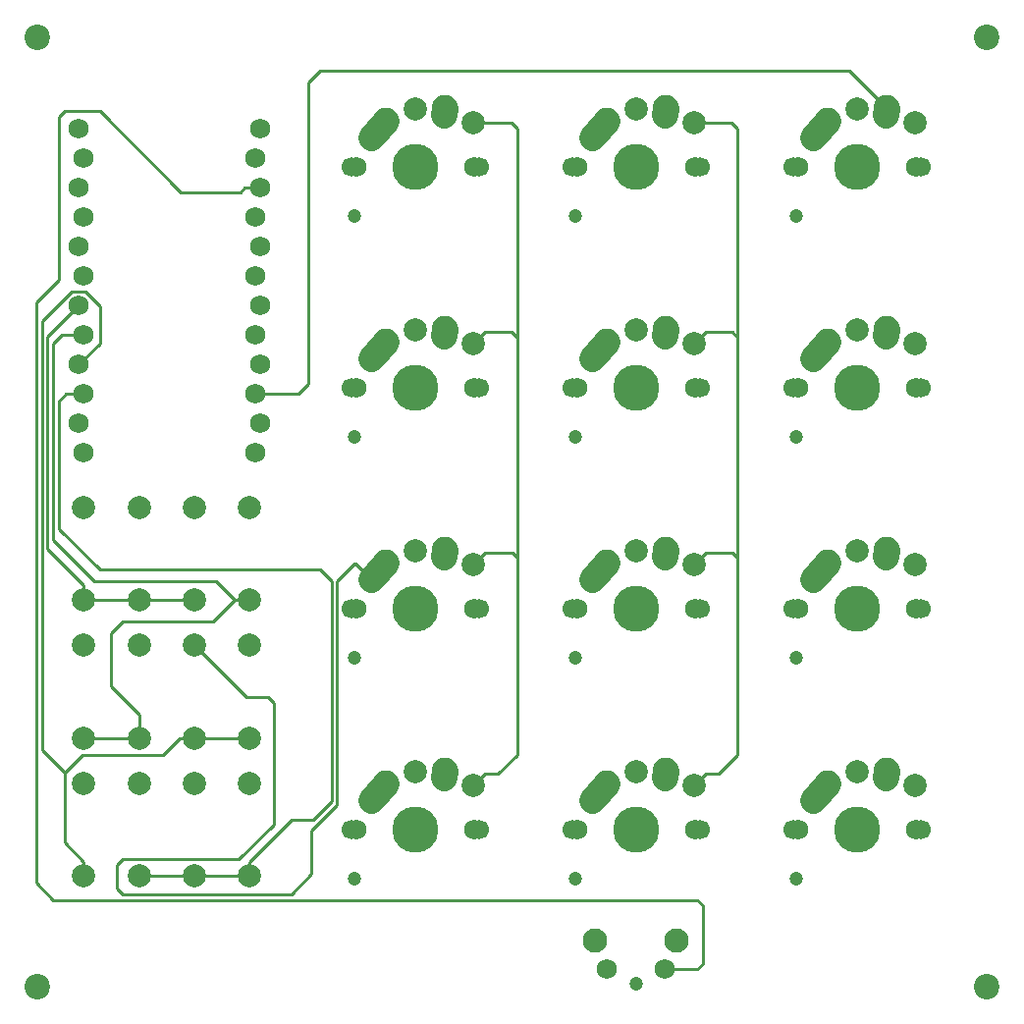
<source format=gbr>
G04 #@! TF.GenerationSoftware,KiCad,Pcbnew,(5.1.2)-1*
G04 #@! TF.CreationDate,2019-05-28T21:20:31-05:00*
G04 #@! TF.ProjectId,Main_PCB_MXALPSCHOC,4d61696e-5f50-4434-925f-4d58414c5053,rev?*
G04 #@! TF.SameCoordinates,Original*
G04 #@! TF.FileFunction,Copper,L1,Top*
G04 #@! TF.FilePolarity,Positive*
%FSLAX46Y46*%
G04 Gerber Fmt 4.6, Leading zero omitted, Abs format (unit mm)*
G04 Created by KiCad (PCBNEW (5.1.2)-1) date 2019-05-28 21:20:31*
%MOMM*%
%LPD*%
G04 APERTURE LIST*
%ADD10C,2.000000*%
%ADD11C,2.250000*%
%ADD12C,1.752600*%
%ADD13C,2.100000*%
%ADD14C,1.750000*%
%ADD15C,1.198880*%
%ADD16C,1.699260*%
%ADD17C,1.750060*%
%ADD18C,2.199640*%
%ADD19C,3.987800*%
%ADD20C,0.899160*%
%ADD21C,0.990600*%
%ADD22C,1.092200*%
%ADD23C,1.300480*%
%ADD24C,1.470660*%
%ADD25C,2.250000*%
%ADD26C,0.250000*%
G04 APERTURE END LIST*
D10*
X95250000Y-116443750D03*
X100250000Y-117643750D03*
D11*
X92750000Y-117443750D03*
X92095000Y-118173750D03*
X97790000Y-116363750D03*
X97769770Y-116653730D03*
D10*
X114300000Y-116443750D03*
X119300000Y-117643750D03*
D11*
X111800000Y-117443750D03*
X111145000Y-118173750D03*
X116840000Y-116363750D03*
X116819770Y-116653730D03*
D10*
X114300000Y-59293750D03*
X119300000Y-60493750D03*
D11*
X111800000Y-60293750D03*
X111145000Y-61023750D03*
X116840000Y-59213750D03*
X116819770Y-59503730D03*
D10*
X76200000Y-97393750D03*
X81200000Y-98593750D03*
D11*
X73700000Y-98393750D03*
X73045000Y-99123750D03*
X78740000Y-97313750D03*
X78719770Y-97603730D03*
D10*
X95250000Y-59293750D03*
X100250000Y-60493750D03*
D11*
X92750000Y-60293750D03*
X92095000Y-61023750D03*
X97790000Y-59213750D03*
X97769770Y-59503730D03*
D10*
X95250000Y-97393750D03*
X100250000Y-98593750D03*
D11*
X92750000Y-98393750D03*
X92095000Y-99123750D03*
X97790000Y-97313750D03*
X97769770Y-97603730D03*
D10*
X76200000Y-78343750D03*
X81200000Y-79543750D03*
D11*
X73700000Y-79343750D03*
X73045000Y-80073750D03*
X78740000Y-78263750D03*
X78719770Y-78553730D03*
D10*
X95250000Y-78343750D03*
X100250000Y-79543750D03*
D11*
X92750000Y-79343750D03*
X92095000Y-80073750D03*
X97790000Y-78263750D03*
X97769770Y-78553730D03*
D10*
X114300000Y-78343750D03*
X119300000Y-79543750D03*
D11*
X111800000Y-79343750D03*
X111145000Y-80073750D03*
X116840000Y-78263750D03*
X116819770Y-78553730D03*
D10*
X114300000Y-97393750D03*
X119300000Y-98593750D03*
D11*
X111800000Y-98393750D03*
X111145000Y-99123750D03*
X116840000Y-97313750D03*
X116819770Y-97603730D03*
D10*
X76200000Y-116443750D03*
X81200000Y-117643750D03*
D11*
X73700000Y-117443750D03*
X73045000Y-118173750D03*
X78740000Y-116363750D03*
X78719770Y-116653730D03*
D10*
X76200000Y-59293750D03*
X81200000Y-60493750D03*
D11*
X73700000Y-60293750D03*
X73045000Y-61023750D03*
X78740000Y-59213750D03*
X78719770Y-59503730D03*
D10*
X61912500Y-93631250D03*
X61912500Y-101631250D03*
D12*
X47151400Y-61030000D03*
X47608600Y-63570000D03*
X47151400Y-66110000D03*
X47608600Y-68650000D03*
X47151400Y-71190000D03*
X47608600Y-73730000D03*
X47151400Y-76270000D03*
X47608600Y-78810000D03*
X47151400Y-81350000D03*
X47608600Y-83890000D03*
X47151400Y-86430000D03*
X62391400Y-88970000D03*
X62848600Y-86430000D03*
X62391400Y-83890000D03*
X62848600Y-81350000D03*
X62391400Y-78810000D03*
X62848600Y-76270000D03*
X62391400Y-73730000D03*
X62848600Y-71190000D03*
X62391400Y-68650000D03*
X62848600Y-66110000D03*
X62391400Y-63570000D03*
X47608600Y-88970000D03*
X62848600Y-61030000D03*
D13*
X91740000Y-131010000D03*
D14*
X92750000Y-133500000D03*
X97750000Y-133500000D03*
D13*
X98750000Y-131010000D03*
D10*
X47625000Y-101631250D03*
X47625000Y-93631250D03*
X52387500Y-93631250D03*
X52387500Y-101631250D03*
X57150000Y-101631250D03*
X57150000Y-93631250D03*
X47625000Y-105537500D03*
X47625000Y-113537500D03*
X52387500Y-113537500D03*
X52387500Y-105537500D03*
X57150000Y-105537500D03*
X57150000Y-113537500D03*
X61912500Y-113537500D03*
X61912500Y-105537500D03*
X47625000Y-125443750D03*
X47625000Y-117443750D03*
X52387500Y-117443750D03*
X52387500Y-125443750D03*
X57150000Y-125443750D03*
X57150000Y-117443750D03*
X61912500Y-117443750D03*
X61912500Y-125443750D03*
D15*
X90030300Y-87543640D03*
X90030300Y-68493640D03*
X90030300Y-125643640D03*
X70980300Y-68493640D03*
X109080300Y-125643640D03*
X109080300Y-106593640D03*
X70980300Y-125643640D03*
X90030300Y-106593640D03*
X109080300Y-68493640D03*
X95250000Y-134708900D03*
X70980300Y-87543640D03*
X70980300Y-106593640D03*
X109080300Y-87543640D03*
D16*
X89750900Y-83342480D03*
X100749100Y-83342480D03*
X89750900Y-64292480D03*
X100749100Y-64292480D03*
X70700900Y-83342480D03*
X81699100Y-83342480D03*
X70700900Y-102392480D03*
X81699100Y-102392480D03*
X108800900Y-83342480D03*
X119799100Y-83342480D03*
X89750900Y-121442480D03*
X100749100Y-121442480D03*
X70700900Y-64292480D03*
X81699100Y-64292480D03*
X108800900Y-121442480D03*
X119799100Y-121442480D03*
X108800900Y-102392480D03*
X119799100Y-102392480D03*
X70700900Y-121442480D03*
X81699100Y-121442480D03*
X89750900Y-102392480D03*
X100749100Y-102392480D03*
X108800900Y-64292480D03*
X119799100Y-64292480D03*
D17*
X109220000Y-64292480D03*
X119380000Y-64292480D03*
X90170000Y-83342480D03*
X100330000Y-83342480D03*
X90170000Y-64292480D03*
X100330000Y-64292480D03*
X71120000Y-83342480D03*
X81280000Y-83342480D03*
X71120000Y-102392480D03*
X81280000Y-102392480D03*
X109220000Y-83342480D03*
X119380000Y-83342480D03*
X90170000Y-121442480D03*
X100330000Y-121442480D03*
X71120000Y-64292480D03*
X81280000Y-64292480D03*
X109220000Y-121442480D03*
X119380000Y-121442480D03*
X109220000Y-102392480D03*
X119380000Y-102392480D03*
X71120000Y-121442480D03*
X81280000Y-121442480D03*
X90170000Y-102392480D03*
X100330000Y-102392480D03*
D18*
X125498860Y-53101240D03*
X125498860Y-135001000D03*
X43599100Y-53101240D03*
X43599100Y-135001000D03*
D19*
X95250000Y-102392480D03*
X114300000Y-64292480D03*
X95250000Y-83342480D03*
X95250000Y-64292480D03*
X76200000Y-83342480D03*
X76200000Y-102392480D03*
X114300000Y-83342480D03*
X95250000Y-121442480D03*
X76200000Y-64292480D03*
X114300000Y-121442480D03*
X114300000Y-102392480D03*
X76200000Y-121442480D03*
D20*
X47625000Y-101630480D03*
X47625000Y-125442980D03*
X61912500Y-105537000D03*
X52387500Y-117444520D03*
X52387500Y-125442980D03*
X47625000Y-105537000D03*
X47625000Y-113538000D03*
X52387500Y-105537000D03*
X52387500Y-113538000D03*
X57150000Y-105537000D03*
X57150000Y-113538000D03*
X47625000Y-93632020D03*
X47625000Y-117444520D03*
X61912500Y-93632020D03*
X61912500Y-101630480D03*
X61912500Y-113538000D03*
X52387500Y-93632020D03*
X52387500Y-101630480D03*
X57150000Y-93632020D03*
X57150000Y-101630480D03*
X61912500Y-117444520D03*
X61912500Y-125442980D03*
X57150000Y-117444520D03*
X57150000Y-125442980D03*
D21*
X92750640Y-133499860D03*
X97749360Y-133499860D03*
D22*
X47152560Y-61031120D03*
X47152560Y-66111120D03*
X47152560Y-71191120D03*
X47152560Y-76271120D03*
X47152560Y-81351120D03*
X47152560Y-86431120D03*
X47609760Y-63571120D03*
X47609760Y-68651120D03*
X47609760Y-73731120D03*
X47609760Y-78811120D03*
X47609760Y-83891120D03*
X47609760Y-88971120D03*
X62392560Y-63571120D03*
X62392560Y-68651120D03*
X62392560Y-73731120D03*
X62392560Y-78811120D03*
X62392560Y-83891120D03*
X62392560Y-88971120D03*
X62849760Y-61031120D03*
X62849760Y-66111120D03*
X62849760Y-71191120D03*
X62849760Y-76271120D03*
X62849760Y-81351120D03*
X62849760Y-86431120D03*
D15*
X95250000Y-78343760D03*
X100251260Y-79542640D03*
X95250000Y-59293760D03*
X100251260Y-60492640D03*
X76200000Y-78343760D03*
X81201260Y-79542640D03*
X76200000Y-97393760D03*
X81201260Y-98592640D03*
X114300000Y-78343760D03*
X119301260Y-79542640D03*
X95250000Y-116443760D03*
X100251260Y-117642640D03*
X76200000Y-59293760D03*
X81201260Y-60492640D03*
X114300000Y-116443760D03*
X119301260Y-117642640D03*
X114300000Y-97393760D03*
X119301260Y-98592640D03*
X76200000Y-116443760D03*
X81201260Y-117642640D03*
X95250000Y-97393760D03*
X100251260Y-98592640D03*
X114300000Y-59293760D03*
X119301260Y-60492640D03*
D23*
X91739720Y-131010660D03*
X98750120Y-131010660D03*
D24*
X91440000Y-61752480D03*
X92750640Y-60294520D03*
X97749360Y-59794140D03*
X97790000Y-59212480D03*
X72390000Y-80802480D03*
X73700640Y-79344520D03*
X78699360Y-78844140D03*
X78740000Y-78262480D03*
X72390000Y-99852480D03*
X73700640Y-98394520D03*
X78699360Y-97894140D03*
X78740000Y-97312480D03*
X110490000Y-80802480D03*
X111800640Y-79344520D03*
X116799360Y-78844140D03*
X116840000Y-78262480D03*
X91440000Y-118902480D03*
X92750640Y-117444520D03*
X97749360Y-116944140D03*
X97790000Y-116362480D03*
X72390000Y-61752480D03*
X73700640Y-60294520D03*
X78699360Y-59794140D03*
X78740000Y-59212480D03*
X110490000Y-118902480D03*
X111800640Y-117444520D03*
X116799360Y-116944140D03*
X116840000Y-116362480D03*
X110490000Y-99852480D03*
X111800640Y-98394520D03*
X116799360Y-97894140D03*
X116840000Y-97312480D03*
X72390000Y-118902480D03*
X73700640Y-117444520D03*
X78699360Y-116944140D03*
X78740000Y-116362480D03*
X91440000Y-99852480D03*
X92750640Y-98394520D03*
X97749360Y-97894140D03*
X97790000Y-97312480D03*
X110490000Y-61752480D03*
X111800640Y-60294520D03*
X116799360Y-59794140D03*
X116840000Y-59212480D03*
X91440000Y-80802480D03*
X92750640Y-79344520D03*
X97749360Y-78844140D03*
X97790000Y-78262480D03*
D25*
X91440000Y-118903750D02*
X92749990Y-117443740D01*
X97750000Y-116943750D02*
X97789540Y-116363720D01*
X110490000Y-118903750D02*
X111799990Y-117443740D01*
X116800000Y-116943750D02*
X116839540Y-116363720D01*
X110490000Y-61753750D02*
X111799990Y-60293740D01*
X116800000Y-59793750D02*
X116839540Y-59213720D01*
X72390000Y-99853750D02*
X73699990Y-98393740D01*
X78700000Y-97893750D02*
X78739540Y-97313720D01*
X91440000Y-61753750D02*
X92749990Y-60293740D01*
X97750000Y-59793750D02*
X97789540Y-59213720D01*
X91440000Y-99853750D02*
X92749990Y-98393740D01*
X97750000Y-97893750D02*
X97789540Y-97313720D01*
X72390000Y-80803750D02*
X73699990Y-79343740D01*
X78700000Y-78843750D02*
X78739540Y-78263720D01*
X91440000Y-80803750D02*
X92749990Y-79343740D01*
X97750000Y-78843750D02*
X97789540Y-78263720D01*
X110490000Y-80803750D02*
X111799990Y-79343740D01*
X116800000Y-78843750D02*
X116839540Y-78263720D01*
X110490000Y-99853750D02*
X111799990Y-98393740D01*
X116800000Y-97893750D02*
X116839540Y-97313720D01*
X72390000Y-118903750D02*
X73699990Y-117443740D01*
X78700000Y-116943750D02*
X78739540Y-116363720D01*
X72390000Y-61753750D02*
X73699990Y-60293740D01*
X78700000Y-59793750D02*
X78739540Y-59213720D01*
D26*
X47151400Y-76270000D02*
X44500000Y-78921400D01*
X47625000Y-100381250D02*
X47625000Y-101631250D01*
X44500000Y-97256250D02*
X47625000Y-100381250D01*
X44500000Y-78921400D02*
X44500000Y-97256250D01*
X48875000Y-101631250D02*
X52387500Y-101631250D01*
X47625000Y-101631250D02*
X48875000Y-101631250D01*
X52387500Y-101631250D02*
X57150000Y-101631250D01*
X45690000Y-78810000D02*
X45000000Y-79500000D01*
X47608600Y-78810000D02*
X45690000Y-78810000D01*
X45000000Y-79500000D02*
X45000000Y-96500000D01*
X45000000Y-96500000D02*
X48500000Y-100000000D01*
X60662500Y-101631250D02*
X61912500Y-101631250D01*
X59031250Y-100000000D02*
X60662500Y-101631250D01*
X48500000Y-100000000D02*
X59031250Y-100000000D01*
X52387500Y-113537500D02*
X47625000Y-113537500D01*
X50000000Y-109112500D02*
X52387500Y-111500000D01*
X52387500Y-113537500D02*
X52387500Y-111500000D01*
X60662500Y-101631250D02*
X58793750Y-103500000D01*
X58793750Y-103500000D02*
X51000000Y-103500000D01*
X51000000Y-103500000D02*
X50000000Y-104500000D01*
X50000000Y-104500000D02*
X50000000Y-109112500D01*
X55900000Y-113537500D02*
X57150000Y-113537500D01*
X47625000Y-125443750D02*
X47625000Y-124193750D01*
X47625000Y-124193750D02*
X46000000Y-122568750D01*
X46000000Y-122568750D02*
X46000000Y-116500000D01*
X46000000Y-116500000D02*
X47500000Y-115000000D01*
X47500000Y-115000000D02*
X54437500Y-115000000D01*
X54437500Y-115000000D02*
X55900000Y-113537500D01*
X57150000Y-113537500D02*
X61912500Y-113537500D01*
X47728030Y-75068700D02*
X49000000Y-76340670D01*
X46574780Y-75068700D02*
X47728030Y-75068700D01*
X44049990Y-77593480D02*
X46574780Y-75068700D01*
X46000000Y-116500000D02*
X44049990Y-114549990D01*
X44049990Y-114549990D02*
X44049990Y-77593480D01*
X49000000Y-79501400D02*
X47151400Y-81350000D01*
X49000000Y-76340670D02*
X49000000Y-79501400D01*
X60662500Y-125443750D02*
X57150000Y-125443750D01*
X61912500Y-125443750D02*
X60662500Y-125443750D01*
X52387500Y-125443750D02*
X57150000Y-125443750D01*
X61912500Y-124193750D02*
X61912500Y-125443750D01*
X65500000Y-120606250D02*
X61912500Y-124193750D01*
X67393750Y-120606250D02*
X65500000Y-120606250D01*
X69000000Y-100000000D02*
X69000000Y-119000000D01*
X69000000Y-119000000D02*
X67393750Y-120606250D01*
X46110000Y-83890000D02*
X45500000Y-84500000D01*
X45500000Y-84500000D02*
X45500000Y-95500000D01*
X47608600Y-83890000D02*
X46110000Y-83890000D01*
X45500000Y-95500000D02*
X49000000Y-99000000D01*
X49000000Y-99000000D02*
X68000000Y-99000000D01*
X68000000Y-99000000D02*
X69000000Y-100000000D01*
X109984000Y-80803750D02*
X110490000Y-80803750D01*
X57000000Y-105687500D02*
X57150000Y-105537500D01*
X63500000Y-110000000D02*
X61612500Y-110000000D01*
X61612500Y-110000000D02*
X57150000Y-105537500D01*
X64000000Y-110500000D02*
X63500000Y-110000000D01*
X50500000Y-124500000D02*
X51000000Y-124000000D01*
X64000000Y-121000000D02*
X64000000Y-110500000D01*
X65500000Y-127000000D02*
X51000000Y-127000000D01*
X51000000Y-127000000D02*
X50500000Y-126500000D01*
X50500000Y-126500000D02*
X50500000Y-124500000D01*
X51000000Y-124000000D02*
X61000000Y-124000000D01*
X61000000Y-124000000D02*
X64000000Y-121000000D01*
X67250000Y-121500000D02*
X67250000Y-125250000D01*
X69450010Y-119299990D02*
X67250000Y-121500000D01*
X67250000Y-125250000D02*
X65500000Y-127000000D01*
X71000000Y-98500000D02*
X69450010Y-100049990D01*
X72390000Y-99853750D02*
X71036250Y-98500000D01*
X71036250Y-98500000D02*
X71000000Y-98500000D01*
X69450010Y-100049990D02*
X69450010Y-119299990D01*
X84543750Y-78543750D02*
X85000000Y-79000000D01*
X82200000Y-78543750D02*
X84543750Y-78543750D01*
X81200000Y-79543750D02*
X82200000Y-78543750D01*
X84593750Y-97593750D02*
X85000000Y-98000000D01*
X82200000Y-97593750D02*
X84593750Y-97593750D01*
X81200000Y-98593750D02*
X82200000Y-97593750D01*
X85000000Y-115000000D02*
X85000000Y-98000000D01*
X85000000Y-98000000D02*
X85000000Y-79000000D01*
X85000000Y-79000000D02*
X85000000Y-61000000D01*
X84493750Y-60493750D02*
X81200000Y-60493750D01*
X85000000Y-61000000D02*
X84493750Y-60493750D01*
X82200000Y-116643750D02*
X83356250Y-116643750D01*
X81200000Y-117643750D02*
X82200000Y-116643750D01*
X83356250Y-116643750D02*
X85000000Y-115000000D01*
X103493750Y-60493750D02*
X100250000Y-60493750D01*
X104000000Y-61000000D02*
X103493750Y-60493750D01*
X103593750Y-97593750D02*
X104000000Y-98000000D01*
X101250000Y-97593750D02*
X103593750Y-97593750D01*
X100250000Y-98593750D02*
X101250000Y-97593750D01*
X103543750Y-78543750D02*
X104000000Y-79000000D01*
X101250000Y-78543750D02*
X103543750Y-78543750D01*
X100250000Y-79543750D02*
X101250000Y-78543750D01*
X104000000Y-98000000D02*
X104000000Y-79000000D01*
X104000000Y-79000000D02*
X104000000Y-61000000D01*
X101250000Y-116643750D02*
X102356250Y-116643750D01*
X100250000Y-117643750D02*
X101250000Y-116643750D01*
X102356250Y-116643750D02*
X104000000Y-115000000D01*
X104000000Y-115000000D02*
X104000000Y-98000000D01*
X113626250Y-56000000D02*
X116840000Y-59213750D01*
X68000000Y-56000000D02*
X113626250Y-56000000D01*
X67000000Y-57000000D02*
X68000000Y-56000000D01*
X67000000Y-83000000D02*
X67000000Y-57000000D01*
X62391400Y-83890000D02*
X66110000Y-83890000D01*
X66110000Y-83890000D02*
X67000000Y-83000000D01*
X61500000Y-66110000D02*
X62848600Y-66110000D01*
X61110000Y-66500000D02*
X61500000Y-66110000D01*
X56000000Y-66500000D02*
X61110000Y-66500000D01*
X49000000Y-59500000D02*
X56000000Y-66500000D01*
X46000000Y-59500000D02*
X49000000Y-59500000D01*
X45500000Y-74000000D02*
X45500000Y-60000000D01*
X97750000Y-133500000D02*
X100500000Y-133500000D01*
X100500000Y-133500000D02*
X101000000Y-133000000D01*
X101000000Y-133000000D02*
X101000000Y-128000000D01*
X43500000Y-76000000D02*
X45500000Y-74000000D01*
X101000000Y-128000000D02*
X100500000Y-127500000D01*
X100500000Y-127500000D02*
X45000000Y-127500000D01*
X45500000Y-60000000D02*
X46000000Y-59500000D01*
X43500000Y-126000000D02*
X43500000Y-76000000D01*
X45000000Y-127500000D02*
X43500000Y-126000000D01*
M02*

</source>
